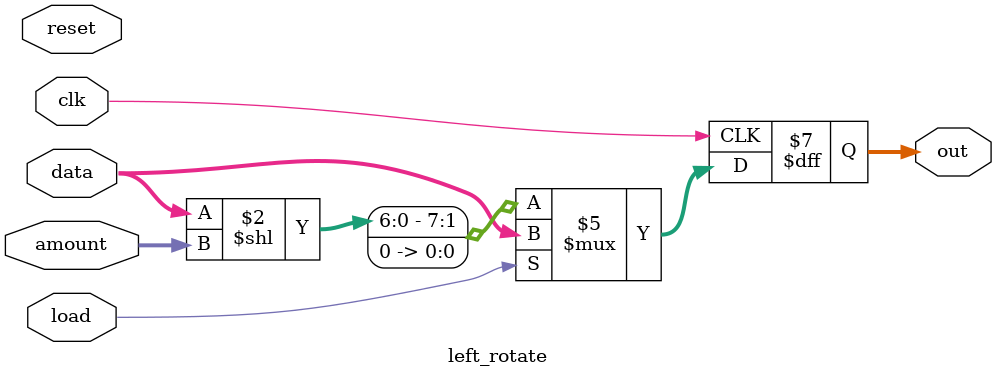
<source format=v>
module left_rotate(clk,reset,amount,data,load,out);
input clk,reset;
input [2:0] amount;
input [7:0] data;
input load;
output reg [7:0] out;
// when load is high, load data to out
// otherwise rotate the out register followed by left shift the out register by amount bits
always @(posedge clk)
begin
	if(load)
	out = data;
	else 
	begin
	out = data << amount;
	out = out << 7'h01;
	end
end
endmodule

</source>
